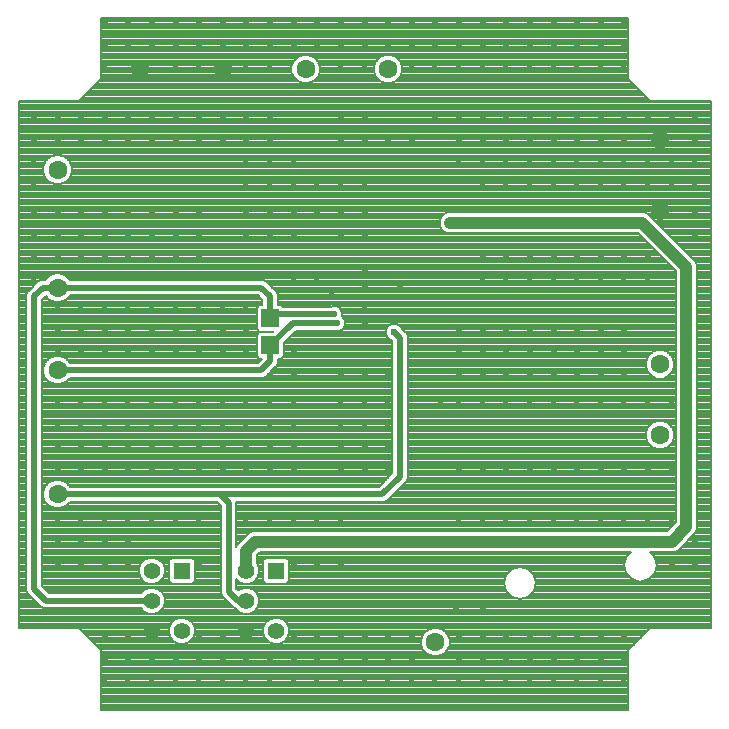
<source format=gbl>
G04 Output by ViewMate Pro V11.6.20  PentaLogix*
G04 Fri Sep 23 13:45:53 2016*
%FSLAX25Y25*%
%MOIN*%
%IPPOS*%
%ADD106C,0.063*%
%ADD107R,0.0591X0.0591*%
%ADD108R,0.0551X0.0551*%
%ADD109C,0.0551*%
%ADD110C,0.0079*%
%ADD111C,0.0236*%
%ADD112C,0.0197*%
%ADD113C,0.0394*%

%LPD*%
X0Y0D2*D110*G1X123995Y212805D2*X101205D1*X102145Y213575D2*X123045D1*X122335Y214355D2*X102865D1*X103185Y215125D2*X122015D1*X121695Y215895D2*X103505D1*X103545Y216665D2*X121655D1*Y217445D2*X103545D1*X103405Y218215D2*X121795D1*X122115Y218985D2*X103085D1*X102675Y219755D2*X122525D1*X123295Y220535D2*X101905D1*X100615Y221305D2*X124585D1*X30705D2*X97025D1*X95735Y220535D2*X30705D1*Y219755D2*X94965D1*X94555Y218985D2*X30705D1*Y218215D2*X94235D1*X94095Y217445D2*X30705D1*Y216665D2*X94095D1*X94135Y215895D2*X30705D1*Y215125D2*X94455D1*X94775Y214355D2*X30705D1*X30535Y213575D2*X95495D1*X96435Y212805D2*X29765D1*X97885Y212205D2*X96145Y212925D1*X94815Y214255*X94095Y215995*Y217875*X94815Y219605*X96145Y220935*X97885Y221655*X99755*X101495Y220935*X102825Y219605*X103545Y217875*Y215995*X102825Y214255*X101495Y212925*X99755Y212205*X97885*X49605Y35925D2*X77005D1*X75995Y36695D2*X50615D1*X75915Y43645D2*X77115D1*X222245Y72225D2*X75785D1*Y71455D2*X222245D1*Y70685D2*X75785D1*Y69915D2*X222245D1*Y69135D2*X75785D1*Y68365D2*X222245D1*Y67595D2*X75785D1*Y66825D2*X222245D1*Y66045D2*X75785D1*Y65275D2*X221685D1*X220915Y64505D2*X75785D1*Y63735D2*X220135D1*X76015Y58325D2*X75785D1*Y59095D2*X76725D1*X77495Y59875D2*X75785D1*Y60645D2*X78265D1*X79045Y61415D2*X75785D1*Y62185D2*X79815D1*X81305Y62955D2*X75785D1*X222245Y89225D2*X132875D1*Y88445D2*X222245D1*Y87675D2*X132875D1*Y86905D2*X222245D1*Y86135D2*X132875D1*Y85355D2*X222245D1*Y84585D2*X132875D1*Y83815D2*X222245D1*Y83045D2*X132875D1*Y82265D2*X222245D1*Y81495D2*X132875D1*Y80725D2*X222245D1*Y79955D2*X132605D1*X132015Y79185D2*X222245D1*Y73005D2*X125795D1*X126605Y73775D2*X222245D1*Y74545D2*X127375D1*X128145Y75315D2*X222245D1*Y76095D2*X128925D1*X129695Y76865D2*X222245D1*Y77635D2*X130465D1*X131235Y78405D2*X222245D1*X75785Y44425D2*X165295D1*X75955Y46735D2*X75785D1*Y45965D2*X76905D1*X165085Y45195D2*X75785D1*X92995Y45965D2*X165045D1*X165245Y46735D2*X93385D1*Y47515D2*X165455D1*X165665Y48285D2*X93385D1*Y49055D2*X166405D1*X167175Y49825D2*X93385D1*Y50605D2*X168845D1*X82595Y53695D2*X85245D1*X84725Y52915D2*X82595D1*X82755Y52145D2*X84725D1*Y51375D2*X83075D1*X83385Y50605D2*X84725D1*Y49825D2*X83385D1*Y49055D2*X84725D1*Y48285D2*X83135D1*X82815Y47515D2*X84725D1*Y46735D2*X82155D1*X81205Y45965D2*X85115D1*X165505Y43645D2*X80995D1*X82065Y42875D2*X165805D1*X166585Y42105D2*X82775D1*X83095Y41335D2*X167355D1*X169515Y40565D2*X83385D1*X30705Y3485D2*X206305D1*Y4255D2*X30705D1*Y5025D2*X206305D1*Y5805D2*X30705D1*Y6575D2*X206305D1*Y7345D2*X30705D1*Y8115D2*X206305D1*Y8895D2*X30705D1*Y9665D2*X206305D1*Y10435D2*X30705D1*Y11205D2*X206305D1*Y11985D2*X30705D1*Y12755D2*X206305D1*Y13525D2*X30705D1*Y14295D2*X206305D1*Y15075D2*X30705D1*Y15845D2*X206305D1*Y16615D2*X30705D1*Y17385D2*X206305D1*Y18165D2*X30705D1*Y18935D2*X206305D1*Y19705D2*X30705D1*Y20475D2*X206305D1*Y21245D2*X30705D1*X144845Y22025D2*X206305D1*Y22795D2*X145615D1*X146235Y23565D2*X206615D1*X207385Y24335D2*X146555D1*X146855Y25115D2*X208155D1*X208925Y25885D2*X146855D1*Y26655D2*X209695D1*X210475Y27425D2*X146645D1*X146325Y28205D2*X211245D1*X212015Y28975D2*X145825D1*X145045Y29745D2*X212785D1*X213565Y30515D2*X143525D1*X175305Y46735D2*X207915D1*X206965Y47515D2*X175095D1*X174895Y48285D2*X206195D1*X205595Y49055D2*X174155D1*X173375Y49825D2*X205395D1*X205185Y50605D2*X171715D1*X93385Y51375D2*X204975D1*X205075Y52145D2*X93385D1*Y52915D2*X205285D1*X92465Y54095D2*X93385Y53175D1*Y46355*X92465Y45435*X85645*X84725Y46355*Y53175*X85645Y54095*X92465*X205485Y53695D2*X92865D1*X82595Y54465D2*X205795D1*X206565Y55235D2*X82885D1*X233855D2*X214305D1*X215075Y54465D2*X233855D1*Y53695D2*X215375D1*X3155Y34385D2*X233855D1*X44545Y42875D2*X12715D1*X11945Y43645D2*X45625D1*X124005Y78405D2*X19615D1*X18845Y79185D2*X124775D1*X3155Y144065D2*X7565D1*X6795Y143285D2*X3155D1*Y142515D2*X6065D1*X5745Y141745D2*X3155D1*Y140975D2*X5705D1*Y140205D2*X3155D1*Y139425D2*X5705D1*Y138655D2*X3155D1*Y137885D2*X5705D1*Y137115D2*X3155D1*Y136335D2*X5705D1*Y135565D2*X3155D1*Y134795D2*X5705D1*Y134025D2*X3155D1*Y133245D2*X5705D1*Y132475D2*X3155D1*Y131705D2*X5705D1*Y130935D2*X3155D1*Y130155D2*X5705D1*Y129385D2*X3155D1*Y128615D2*X5705D1*Y127845D2*X3155D1*Y127065D2*X5705D1*Y126295D2*X3155D1*Y125525D2*X5705D1*Y124755D2*X3155D1*Y123975D2*X5705D1*Y123205D2*X3155D1*Y122435D2*X5705D1*Y121665D2*X3155D1*Y120895D2*X5705D1*Y120115D2*X3155D1*Y119345D2*X5705D1*Y118575D2*X3155D1*Y117805D2*X5705D1*Y117025D2*X3155D1*Y116255D2*X5705D1*Y115485D2*X3155D1*Y114715D2*X5705D1*Y113935D2*X3155D1*Y113165D2*X5705D1*Y112395D2*X3155D1*Y111625D2*X5705D1*Y110845D2*X3155D1*Y110075D2*X5705D1*Y109305D2*X3155D1*Y108535D2*X5705D1*Y107755D2*X3155D1*Y106985D2*X5705D1*Y106215D2*X3155D1*Y105445D2*X5705D1*Y104665D2*X3155D1*Y103895D2*X5705D1*Y103125D2*X3155D1*Y102355D2*X5705D1*Y101575D2*X3155D1*Y100805D2*X5705D1*Y100035D2*X3155D1*Y99265D2*X5705D1*Y98495D2*X3155D1*Y97715D2*X5705D1*Y96945D2*X3155D1*Y96175D2*X5705D1*Y95405D2*X3155D1*Y94625D2*X5705D1*Y93855D2*X3155D1*Y93085D2*X5705D1*Y92315D2*X3155D1*Y91535D2*X5705D1*Y90765D2*X3155D1*Y89995D2*X5705D1*Y89225D2*X3155D1*Y88445D2*X5705D1*Y87675D2*X3155D1*Y86905D2*X5705D1*Y86135D2*X3155D1*Y85355D2*X5705D1*Y84585D2*X3155D1*Y83815D2*X5705D1*Y83045D2*X3155D1*Y82265D2*X5705D1*Y81495D2*X3155D1*Y80725D2*X5705D1*Y79955D2*X3155D1*Y79185D2*X5705D1*Y78405D2*X3155D1*Y77635D2*X5705D1*Y76865D2*X3155D1*Y76095D2*X5705D1*Y75315D2*X3155D1*Y74545D2*X5705D1*Y73775D2*X3155D1*Y73005D2*X5705D1*Y72225D2*X3155D1*Y71455D2*X5705D1*Y70685D2*X3155D1*Y69915D2*X5705D1*Y69135D2*X3155D1*Y68365D2*X5705D1*Y67595D2*X3155D1*Y66825D2*X5705D1*Y66045D2*X3155D1*Y65275D2*X5705D1*Y64505D2*X3155D1*Y63735D2*X5705D1*Y62955D2*X3155D1*Y62185D2*X5705D1*Y61415D2*X3155D1*Y60645D2*X5705D1*Y59875D2*X3155D1*Y59095D2*X5705D1*Y58325D2*X3155D1*Y57555D2*X5705D1*Y56785D2*X3155D1*Y56005D2*X5705D1*Y55235D2*X3155D1*Y54465D2*X5705D1*Y53695D2*X3155D1*Y52915D2*X5705D1*Y52145D2*X3155D1*Y51375D2*X5705D1*Y50605D2*X3155D1*Y49825D2*X5705D1*Y49055D2*X3155D1*Y48285D2*X5705D1*Y47515D2*X3155D1*Y46735D2*X5705D1*Y45965D2*X3155D1*Y45195D2*X5705D1*Y44425D2*X3155D1*Y43645D2*X5705D1*X5845Y42875D2*X3155D1*Y42105D2*X6245D1*X7015Y41335D2*X3155D1*Y40565D2*X7795D1*X8565Y39785D2*X3155D1*Y39015D2*X9335D1*X10105Y38245D2*X3155D1*Y37475D2*X11055D1*X44505Y36695D2*X3155D1*Y35925D2*X45515D1*X233855Y35155D2*X3155D1*X81105Y35925D2*X233855D1*Y36695D2*X82115D1*X82795Y37475D2*X233855D1*Y38245D2*X83115D1*X83385Y39015D2*X233855D1*Y39785D2*X83385D1*X171035Y40565D2*X233855D1*Y41335D2*X173195D1*X173975Y42105D2*X233855D1*Y42875D2*X174745D1*X175055Y43645D2*X233855D1*Y44425D2*X175255D1*X175465Y45195D2*X233855D1*X175595Y45675D2*X174875Y43015D1*X172935Y41065*X170275Y40355*X167615Y41065*X165675Y43015*X164965Y45675*X165675Y48325*X167615Y50275*X170275Y50985*X172935Y50275*X174875Y48325*X175595Y45675*X233855Y45965D2*X175515D1*X212955Y46735D2*X233855D1*Y47515D2*X213895D1*X214675Y48285D2*X233855D1*Y49055D2*X215275D1*X215475Y49825D2*X233855D1*Y50605D2*X215685D1*X215895Y51375D2*X233855D1*Y52145D2*X215795D1*X215585Y52915D2*X233855D1*Y56005D2*X221815D1*X223205Y56785D2*X233855D1*Y57555D2*X223985D1*X224755Y58325D2*X233855D1*Y59095D2*X225525D1*X226295Y59875D2*X233855D1*Y60645D2*X227075D1*X227845Y61415D2*X233855D1*Y62185D2*X228615D1*X229035Y62955D2*X233855D1*Y63735D2*X229335D1*Y64505D2*X233855D1*Y65275D2*X229335D1*Y66045D2*X233855D1*Y66825D2*X229335D1*Y67595D2*X233855D1*Y68365D2*X229335D1*Y69135D2*X233855D1*Y69915D2*X229335D1*Y70685D2*X233855D1*Y71455D2*X229335D1*Y72225D2*X233855D1*Y73005D2*X229335D1*Y73775D2*X233855D1*Y74545D2*X229335D1*Y75315D2*X233855D1*Y76095D2*X229335D1*Y76865D2*X233855D1*Y77635D2*X229335D1*Y78405D2*X233855D1*Y79185D2*X229335D1*Y79955D2*X233855D1*Y80725D2*X229335D1*Y81495D2*X233855D1*Y82265D2*X229335D1*Y83045D2*X233855D1*Y83815D2*X229335D1*Y84585D2*X233855D1*Y85355D2*X229335D1*Y86135D2*X233855D1*Y86905D2*X229335D1*Y87675D2*X233855D1*Y88445D2*X229335D1*Y89225D2*X233855D1*Y89995D2*X229335D1*Y90765D2*X233855D1*Y91535D2*X229335D1*Y92315D2*X233855D1*Y93085D2*X229335D1*Y93855D2*X233855D1*Y94625D2*X229335D1*Y95405D2*X233855D1*Y96175D2*X229335D1*Y96945D2*X233855D1*Y97715D2*X229335D1*Y98495D2*X233855D1*X218255Y113935D2*X222245D1*Y114715D2*X219815D1*X220585Y115485D2*X222245D1*Y116255D2*X221115D1*X221435Y117025D2*X222245D1*Y117805D2*X221655D1*Y118575D2*X222245D1*Y119345D2*X221655D1*X221375Y120115D2*X222245D1*Y120895D2*X221055D1*X220455Y121665D2*X222245D1*Y122435D2*X219685D1*X3155Y149465D2*X222245D1*X221525Y150245D2*X3155D1*Y151015D2*X220745D1*X219975Y151785D2*X3155D1*Y152555D2*X219205D1*X218435Y153335D2*X3155D1*Y154105D2*X217655D1*X216885Y154875D2*X3155D1*Y155645D2*X216115D1*X215345Y156425D2*X3155D1*Y157195D2*X214575D1*X213795Y157965D2*X3155D1*Y158735D2*X213025D1*X212255Y159515D2*X3155D1*Y160285D2*X211485D1*X210705Y161055D2*X3155D1*Y161825D2*X209935D1*X145395Y162595D2*X3155D1*Y163375D2*X144415D1*X143875Y164145D2*X3155D1*Y164915D2*X143555D1*X143505Y165685D2*X3155D1*Y166465D2*X143505D1*X143825Y167235D2*X3155D1*Y168005D2*X144295D1*X145105Y168775D2*X3155D1*X30705Y233665D2*X206305D1*Y232885D2*X30705D1*Y232115D2*X206305D1*Y231345D2*X30705D1*Y230575D2*X206305D1*Y229795D2*X30705D1*Y229025D2*X206305D1*Y228255D2*X30705D1*Y227485D2*X206305D1*Y226705D2*X30705D1*Y225935D2*X206305D1*Y225165D2*X30705D1*Y224395D2*X206305D1*Y223615D2*X30705D1*Y222845D2*X206305D1*Y222075D2*X30705D1*X128165Y221305D2*X206305D1*Y220535D2*X129465D1*X130235Y219755D2*X206305D1*Y218985D2*X130645D1*X130965Y218215D2*X206305D1*Y217445D2*X131105D1*Y216665D2*X206305D1*Y215895D2*X131065D1*X130745Y215125D2*X206305D1*Y214355D2*X130425D1*X129705Y213575D2*X206475D1*X129055Y212925D2*X127315Y212205D1*X125435*X123705Y212925*X122375Y214255*X121655Y215995*Y217875*X122375Y219605*X123705Y220935*X125435Y221655*X127315*X129055Y220935*X130385Y219605*X131105Y217875*Y215995*X130385Y214255*X129055Y212925*X207245Y212805D2*X128765D1*X28995Y212035D2*X208015D1*X208795Y211265D2*X28215D1*X27445Y210485D2*X209565D1*X210335Y209715D2*X26675D1*X25905Y208945D2*X211105D1*X211885Y208175D2*X25125D1*X24355Y207395D2*X212655D1*X213425Y206625D2*X23585D1*X3155Y205855D2*X233855D1*Y205085D2*X3155D1*Y204305D2*X233855D1*Y203535D2*X3155D1*Y202765D2*X233855D1*Y201995D2*X3155D1*Y201225D2*X233855D1*Y200445D2*X3155D1*Y199675D2*X233855D1*Y198905D2*X3155D1*Y198135D2*X233855D1*Y197355D2*X3155D1*Y196585D2*X233855D1*Y195815D2*X3155D1*Y195045D2*X233855D1*Y194265D2*X3155D1*Y193495D2*X233855D1*Y192725D2*X3155D1*Y191955D2*X233855D1*Y191175D2*X3155D1*Y190405D2*X233855D1*Y189635D2*X3155D1*Y188865D2*X233855D1*X15015Y178825D2*X3155D1*Y179595D2*X13335D1*X12565Y180365D2*X3155D1*Y181135D2*X11995D1*X11675Y181905D2*X3155D1*Y182685D2*X11415D1*Y183455D2*X3155D1*Y184225D2*X11415D1*X11665Y184995D2*X3155D1*Y185775D2*X11985D1*X12545Y186545D2*X3155D1*Y187315D2*X13315D1*X14955Y188085D2*X3155D1*X233855D2*X17325D1*X18975Y187315D2*X233855D1*Y186545D2*X19745D1*X20305Y185775D2*X233855D1*Y184995D2*X20625D1*X20865Y184225D2*X233855D1*Y183455D2*X20865D1*Y182685D2*X233855D1*Y181905D2*X20615D1*X20295Y181135D2*X233855D1*Y180365D2*X19725D1*X18955Y179595D2*X233855D1*X17085Y178745D2*X15205D1*X13465Y179465*X12135Y180785*X11415Y182525*Y184405*X12135Y186145*X13465Y187475*X15205Y188195*X17085*X18815Y187475*X20145Y186145*X20865Y184405*Y182525*X20145Y180785*X18815Y179465*X17085Y178745*X233855Y178825D2*X17275D1*X3155Y178045D2*X233855D1*Y177275D2*X3155D1*Y176505D2*X233855D1*Y175735D2*X3155D1*Y174955D2*X233855D1*Y174185D2*X3155D1*Y173415D2*X233855D1*Y172645D2*X3155D1*Y171865D2*X233855D1*Y171095D2*X3155D1*Y170325D2*X233855D1*Y169555D2*X3155D1*X212965Y168775D2*X233855D1*Y168005D2*X213775D1*X214555Y167235D2*X233855D1*Y166465D2*X215325D1*X216095Y165685D2*X233855D1*Y164915D2*X216865D1*X217645Y164145D2*X233855D1*Y163375D2*X218415D1*X219185Y162595D2*X233855D1*Y161825D2*X219955D1*X220735Y161055D2*X233855D1*Y160285D2*X221505D1*X222275Y159515D2*X233855D1*Y158735D2*X223045D1*X223815Y157965D2*X233855D1*Y157195D2*X224595D1*X225365Y156425D2*X233855D1*Y155645D2*X226135D1*X226905Y154875D2*X233855D1*Y154105D2*X227685D1*X228455Y153335D2*X233855D1*Y152555D2*X228975D1*X229295Y151785D2*X233855D1*Y151015D2*X229335D1*Y150245D2*X233855D1*Y149465D2*X229335D1*Y148695D2*X233855D1*Y147925D2*X229335D1*Y147155D2*X233855D1*Y146375D2*X229335D1*Y145605D2*X233855D1*Y144835D2*X229335D1*Y144065D2*X233855D1*Y143285D2*X229335D1*Y142515D2*X233855D1*Y141745D2*X229335D1*Y140975D2*X233855D1*Y140205D2*X229335D1*Y139425D2*X233855D1*Y138655D2*X229335D1*Y137885D2*X233855D1*Y137115D2*X229335D1*Y136335D2*X233855D1*Y135565D2*X229335D1*Y134795D2*X233855D1*Y134025D2*X229335D1*Y133245D2*X233855D1*Y132475D2*X229335D1*Y131705D2*X233855D1*Y130935D2*X229335D1*Y130155D2*X233855D1*Y129385D2*X229335D1*Y128615D2*X233855D1*Y127845D2*X229335D1*Y127065D2*X233855D1*Y126295D2*X229335D1*Y125525D2*X233855D1*Y124755D2*X229335D1*Y123975D2*X233855D1*Y123205D2*X229335D1*Y122435D2*X233855D1*Y121665D2*X229335D1*Y120895D2*X233855D1*Y120115D2*X229335D1*Y119345D2*X233855D1*Y118575D2*X229335D1*Y117805D2*X233855D1*Y117025D2*X229335D1*Y116255D2*X233855D1*Y115485D2*X229335D1*Y114715D2*X233855D1*Y113935D2*X229335D1*Y113165D2*X233855D1*Y112395D2*X229335D1*Y111625D2*X233855D1*Y110845D2*X229335D1*Y110075D2*X233855D1*Y109305D2*X229335D1*Y108535D2*X233855D1*Y107755D2*X229335D1*Y106985D2*X233855D1*Y106215D2*X229335D1*Y105445D2*X233855D1*Y104665D2*X229335D1*Y103895D2*X233855D1*Y103125D2*X229335D1*Y102355D2*X233855D1*Y101575D2*X229335D1*Y100805D2*X233855D1*Y100035D2*X229335D1*Y99265D2*X233855D1*X218705D2*X222245D1*Y98495D2*X220005D1*X220775Y97715D2*X222245D1*Y96945D2*X221185D1*X221505Y96175D2*X222245D1*Y95405D2*X221655D1*Y94625D2*X222245D1*Y93855D2*X221615D1*X221295Y93085D2*X222245D1*Y92315D2*X220975D1*X220265Y91535D2*X222245D1*Y90765D2*X219335D1*X132875Y89995D2*X222245D1*X214525Y90765D2*X132875D1*Y91535D2*X213595D1*X212885Y92315D2*X132875D1*Y93085D2*X212565D1*X212245Y93855D2*X132875D1*Y94625D2*X212205D1*Y95405D2*X132875D1*Y96175D2*X212355D1*X212675Y96945D2*X132875D1*Y97715D2*X213085D1*X213855Y98495D2*X132875D1*X215995Y99605D2*X217875D1*X219605Y98885*X220935Y97555*X221655Y95825*Y93945*X220935Y92205*X219605Y90875*X217875Y90155*X215995*X214255Y90875*X212925Y92205*X212205Y93945*Y95825*X212925Y97555*X214255Y98885*X215995Y99605*X132875Y99265D2*X215155D1*X222245Y100035D2*X132875D1*Y100805D2*X222245D1*Y101575D2*X132875D1*Y102355D2*X222245D1*Y103125D2*X132875D1*Y103895D2*X222245D1*Y104665D2*X132875D1*Y105445D2*X222245D1*Y106215D2*X132875D1*Y106985D2*X222245D1*Y107755D2*X132875D1*Y108535D2*X222245D1*Y109305D2*X132875D1*Y110075D2*X222245D1*Y110845D2*X132875D1*Y111625D2*X222245D1*Y112395D2*X132875D1*Y113165D2*X222245D1*X215615Y113935D2*X132875D1*Y114715D2*X214045D1*X213275Y115485D2*X132875D1*Y116255D2*X212745D1*X212425Y117025D2*X132875D1*Y117805D2*X212205D1*Y118575D2*X132875D1*Y119345D2*X212205D1*X212485Y120115D2*X132875D1*Y120895D2*X212805D1*X213405Y121665D2*X132875D1*Y122435D2*X214175D1*X215935Y123205D2*X132875D1*X217875Y123225D2*X219605Y122515D1*X220935Y121185*X221655Y119445*Y117565*X220935Y115825*X219605Y114505*X217875Y113785*X215995*X214255Y114505*X212925Y115825*X212205Y117565*Y119445*X212925Y121185*X214255Y122515*X215995Y123225*X217875*X222245Y123205D2*X217925D1*X132875Y123975D2*X222245D1*Y124755D2*X132875D1*Y125525D2*X222245D1*Y126295D2*X132875D1*Y127065D2*X222245D1*Y127845D2*X132875D1*X132565Y128615D2*X222245D1*Y129385D2*X131915D1*X131135Y130155D2*X222245D1*Y130935D2*X130645D1*X129825Y131705D2*X222245D1*X17975Y120895D2*X82795D1*X84015Y120115D2*X19245D1*X20015Y119345D2*X83245D1*X127755Y112395D2*X18485D1*X19455Y113165D2*X127755D1*Y113935D2*X20185D1*X85845Y114715D2*X127755D1*Y115485D2*X86625D1*X87395Y116255D2*X127755D1*Y117025D2*X88165D1*X88935Y117805D2*X127755D1*Y118575D2*X89395D1*X89565Y119345D2*X127755D1*Y120115D2*X89565D1*X91225Y120895D2*X127755D1*Y121665D2*X91535D1*Y122435D2*X127755D1*Y123205D2*X91535D1*Y123975D2*X127755D1*Y124755D2*X91535D1*Y125525D2*X127755D1*Y126295D2*X92125D1*X92895Y127065D2*X126715D1*X125985Y127845D2*X93665D1*X94435Y128615D2*X125665D1*X125595Y129385D2*X95215D1*X111025Y130155D2*X125705D1*X126045Y130935D2*X111675D1*X111995Y131705D2*X126875D1*X222245Y132475D2*X112005D1*X111835Y133245D2*X222245D1*Y134025D2*X111415D1*X111025Y134795D2*X222245D1*Y135565D2*X111025D1*X110795Y136335D2*X222245D1*Y137115D2*X110295D1*X109085Y137885D2*X222245D1*X91115D2*X107455D1*X222245Y138655D2*X89565D1*Y139425D2*X222245D1*Y140205D2*X89565D1*Y140975D2*X222245D1*Y141745D2*X89525D1*X89205Y142515D2*X222245D1*Y143285D2*X88485D1*X87705Y144065D2*X222245D1*Y144835D2*X86935D1*X86165Y145605D2*X222245D1*Y146375D2*X85235D1*X19765Y147155D2*X222245D1*Y147925D2*X18995D1*X17385Y148695D2*X222245D1*X3155D2*X14905D1*X13295Y147925D2*X3155D1*Y147155D2*X12515D1*X10045Y146375D2*X3155D1*Y145605D2*X9115D1*X8345Y144835D2*X3155D1*X12585Y140975D2*X11715D1*X10945Y140205D2*X13355D1*X15065Y139425D2*X10825D1*X83565Y140975D2*X19705D1*X18925Y140205D2*X84335D1*X84455Y139425D2*X17215D1*X10825Y138655D2*X84455D1*X82895Y137885D2*X10825D1*Y137115D2*X82485D1*Y136335D2*X10825D1*Y135565D2*X82485D1*Y134795D2*X10825D1*Y134025D2*X82485D1*Y133245D2*X10825D1*Y132475D2*X82485D1*Y131705D2*X10825D1*Y130935D2*X82485D1*X82575Y130155D2*X10825D1*Y129385D2*X83345D1*X82685Y128615D2*X10825D1*Y127845D2*X82485D1*Y127065D2*X10825D1*Y126295D2*X82485D1*Y125525D2*X10825D1*Y124755D2*X82485D1*Y123975D2*X10825D1*Y123205D2*X82485D1*Y122435D2*X10825D1*Y121665D2*X82485D1*X14305Y120895D2*X10825D1*Y120115D2*X13045D1*X12275Y119345D2*X10825D1*Y118575D2*X11875D1*X11555Y117805D2*X10825D1*Y117025D2*X11415D1*Y116255D2*X10825D1*Y115485D2*X11465D1*X11785Y114715D2*X10825D1*Y113935D2*X12105D1*X12835Y113165D2*X10825D1*Y112395D2*X13795D1*X127755Y111625D2*X10825D1*Y110845D2*X127755D1*Y110075D2*X10825D1*Y109305D2*X127755D1*Y108535D2*X10825D1*Y107755D2*X127755D1*Y106985D2*X10825D1*Y106215D2*X127755D1*Y105445D2*X10825D1*Y104665D2*X127755D1*Y103895D2*X10825D1*Y103125D2*X127755D1*Y102355D2*X10825D1*Y101575D2*X127755D1*Y100805D2*X10825D1*Y100035D2*X127755D1*Y99265D2*X10825D1*Y98495D2*X127755D1*Y97715D2*X10825D1*Y96945D2*X127755D1*Y96175D2*X10825D1*Y95405D2*X127755D1*Y94625D2*X10825D1*Y93855D2*X127755D1*Y93085D2*X10825D1*Y92315D2*X127755D1*Y91535D2*X10825D1*Y90765D2*X127755D1*Y89995D2*X10825D1*Y89225D2*X127755D1*Y88445D2*X10825D1*Y87675D2*X127755D1*Y86905D2*X10825D1*Y86135D2*X127755D1*Y85355D2*X10825D1*Y84585D2*X127755D1*Y83815D2*X10825D1*Y83045D2*X127755D1*Y82265D2*X10825D1*Y81495D2*X127095D1*X126315Y80725D2*X10825D1*Y79955D2*X125545D1*X10825Y79185D2*X13445D1*X12675Y78405D2*X10825D1*Y77635D2*X12035D1*X11715Y76865D2*X10825D1*Y76095D2*X11415D1*Y75315D2*X10825D1*Y74545D2*X11415D1*X11615Y73775D2*X10825D1*Y73005D2*X11935D1*X12435Y72225D2*X10825D1*Y71455D2*X13205D1*X14695Y70685D2*X10825D1*X69625Y72225D2*X19855D1*X19085Y71455D2*X70395D1*X70675Y70685D2*X17585D1*X10825Y69915D2*X70675D1*Y69135D2*X10825D1*Y68365D2*X70675D1*Y67595D2*X10825D1*Y66825D2*X70675D1*Y66045D2*X10825D1*Y65275D2*X70675D1*Y64505D2*X10825D1*Y63735D2*X70675D1*Y62955D2*X10825D1*Y62185D2*X70675D1*Y61415D2*X10825D1*Y60645D2*X70675D1*Y59875D2*X10825D1*Y59095D2*X70675D1*Y58325D2*X10825D1*Y57555D2*X70675D1*Y56785D2*X10825D1*Y56005D2*X70675D1*Y55235D2*X10825D1*Y54465D2*X70675D1*X45725Y53695D2*X10825D1*Y52915D2*X44585D1*X43855Y52145D2*X10825D1*Y51375D2*X43535D1*X43225Y50605D2*X10825D1*Y49825D2*X43225D1*Y49055D2*X10825D1*Y48285D2*X43485D1*X43805Y47515D2*X10825D1*Y46735D2*X44465D1*X45415Y45965D2*X10825D1*X53615D2*X49705D1*X50655Y46735D2*X53225D1*Y47515D2*X51315D1*X51635Y48285D2*X53225D1*Y49055D2*X51895D1*Y49825D2*X53225D1*Y50605D2*X51895D1*X51585Y51375D2*X53225D1*Y52145D2*X51265D1*X50535Y52915D2*X53225D1*X50015Y53435D2*X51235Y52215D1*X51895Y50625*Y48905*X51235Y47315*X50015Y46095*X48425Y45435*X46695*X45105Y46095*X43885Y47315*X43225Y48905*Y50625*X43885Y52215*X45105Y53435*X46695Y54095*X48425*X50015Y53435*X53745Y53695D2*X49395D1*X70675D2*X61375D1*X61895Y52915D2*X70675D1*Y52145D2*X61895D1*Y51375D2*X70675D1*Y50605D2*X61895D1*Y49825D2*X70675D1*Y49055D2*X61895D1*Y48285D2*X70675D1*Y47515D2*X61895D1*Y46735D2*X70675D1*X61895Y46355D2*X60965Y45435D1*X54155*X53225Y46355*Y53175*X54155Y54095*X60965*X61895Y53175*Y46355*X70675Y45965D2*X61505D1*X10825Y45195D2*X70675D1*Y44425D2*X11165D1*X49495Y43645D2*X70675D1*Y42875D2*X50575D1*X51275Y42105D2*X70715D1*X71035Y41335D2*X51595D1*X51895Y40565D2*X71765D1*X72545Y39785D2*X51895D1*Y39015D2*X73315D1*X74085Y38245D2*X51615D1*X74735Y37595D2*X74015Y38315D1*X71065Y41265*X70675Y42205*Y71185*X69215Y72635*X20195*X20145Y72525*X18815Y71195*X17085Y70475*X15205*X13465Y71195*X12135Y72525*X11415Y74255*Y76135*X12135Y77875*X13465Y79205*X15205Y79925*X17085*X18815Y79205*X20145Y77875*X20195Y77755*X123355*X127755Y82165*Y126305*X127265Y126795*X126785Y126995*X126015Y127775*X125595Y128785*Y129885*X126015Y130895*X126785Y131665*X127795Y132085*X128895*X129905Y131665*X130685Y130895*X130885Y130415*X131765Y129535*X132485Y128815*X132875Y127875*Y80595*X132485Y79655*X126585Y73745*X125865Y73025*X124915Y72635*X75785*Y57785*X76055Y58425*X80085Y62455*X81385Y62995*X219395*X222245Y65835*Y149515*X209555Y162205*X146345*X145045Y162745*X144045Y163745*X143505Y165045*Y166455*X144045Y167755*X145045Y168755*X146345Y169295*X211725*X213035Y168755*X214025Y167755*X227795Y153985*X228795Y152995*X229335Y151695*Y63665*X228795Y62365*X227795Y61365*X223875Y57445*X222875Y56445*X221575Y55905*X213635*X215205Y54335*X215945Y51575*X215205Y48825*X213195Y46805*X210435Y46065*X207675Y46805*X205665Y48825*X204925Y51575*X205665Y54335*X207235Y55905*X83555*X82595Y54955*Y52345*X82725Y52215*X83385Y50625*Y48905*X82725Y47315*X81505Y46095*X79915Y45435*X78195*X76605Y46095*X75785Y46905*Y43775*X76365Y43195*X76605Y43435*X78195Y44095*X79915*X81505Y43435*X82725Y42215*X83385Y40625*Y38905*X82725Y37315*X81505Y36095*X79915Y35435*X78195*X76605Y36095*X75385Y37315*X75375Y37325*X74735Y37595*X51295Y37475D2*X75035D1*X51235Y37315D2*X50015Y36095D1*X48425Y35435*X46695*X45105Y36095*X43995Y37205*X11695*X10755Y37595*X10035Y38315*X6095Y42255*X5705Y43195*Y141655*X6095Y142595*X6815Y143315*X9775Y146265*X10715Y146655*X12085*X12135Y146775*X13465Y148105*X15205Y148825*X17085*X18815Y148105*X20145Y146775*X20195Y146655*X84565*X85505Y146265*X86225Y145545*X89175Y142595*X89565Y141655*Y138385*X90615*X91205Y137795*X107245*X107725Y137995*X108815*X109835Y137575*X110605Y136795*X111025Y135785*Y134685*X110945Y134495*X111585Y133845*X112005Y132835*Y131735*X111585Y130725*X110815Y129945*X109805Y129525*X108705*X108225Y129725*X95545*X91535Y125715*Y121195*X90615Y120275*X89565*Y118985*X89175Y118035*X88455Y117325*X85505Y114365*X84565Y113975*X20195*X20145Y113865*X18815Y112535*X17085Y111815*X15205*X13465Y112535*X12135Y113865*X11415Y115595*Y117475*X12135Y119215*X13465Y120545*X15205Y121265*X17085*X18815Y120545*X20145Y119215*X20195Y119095*X82995*X84175Y120275*X83405*X82485Y121195*Y128405*X83405Y129335*X87915*X83405*X82485Y130255*Y137465*X83405Y138385*X84455*Y140085*X82995Y141535*X20195*X20145Y141415*X18815Y140095*X17085Y139375*X15205*X13465Y140095*X12155Y141405*X10825Y140085*Y44765*X13265Y42325*X43995*X45105Y43435*X46695Y44095*X48425*X50015Y43435*X51235Y42215*X51895Y40625*Y38905*X51235Y37315*X3155Y33605D2*X55525D1*X54505Y32835D2*X3155D1*Y32065D2*X53825D1*X53505Y31295D2*X3155D1*X87105Y25885D2*X59505D1*X60575Y26655D2*X86045D1*X85335Y27425D2*X61285D1*X61605Y28205D2*X85015D1*X84725Y28975D2*X61895D1*Y29745D2*X84725D1*Y30515D2*X61895D1*X61615Y31295D2*X85005D1*X85325Y32065D2*X61295D1*X60615Y32835D2*X86005D1*X87015Y33605D2*X59595D1*X233855D2*X91095D1*X92115Y32835D2*X233855D1*Y32065D2*X92795D1*X93115Y31295D2*X233855D1*X140725Y30515D2*X93385D1*Y29745D2*X139205D1*X138435Y28975D2*X93385D1*X93095Y28205D2*X137935D1*X137615Y27425D2*X92775D1*X92075Y26655D2*X137405D1*X91505Y26095D2*X89915Y25435D1*X88195*X86605Y26095*X85385Y27315*X84725Y28905*Y30625*X85385Y32215*X86605Y33435*X88195Y34095*X89915*X91505Y33435*X92725Y32215*X93385Y30625*Y28905*X92725Y27315*X91505Y26095*X137405Y25885D2*X91005D1*X30705Y22025D2*X139405D1*X138635Y22795D2*X30705D1*X30405Y23565D2*X138015D1*X137695Y24335D2*X29625D1*X137405Y25045D2*Y26925D1*X138125Y28665*X139455Y29995*X141185Y30705*X143065*X144805Y29995*X146135Y28665*X146855Y26925*Y25045*X146135Y23305*X144805Y21985*X143065Y21265*X141185*X139455Y21985*X138125Y23305*X137405Y25045*X28855Y25115D2*X137405D1*X53225Y30515D2*X23445D1*X24225Y29745D2*X53225D1*X24415Y29555D2*X30705Y23255D1*Y3155*X206305*Y23255*X212595Y29555*X213755Y30705*X233855*Y206305*X213755*X212595Y207455*X206305Y213755*Y233855*X30705*Y213755*X24415Y207455*X23255Y206305*X3155*Y30705*X23255*X24415Y29555*X53225Y28975D2*X24995D1*X25765Y28205D2*X53525D1*X53845Y27425D2*X26535D1*X55105Y26095D2*X53885Y27315D1*X53225Y28905*Y30625*X53885Y32215*X55105Y33435*X56695Y34095*X58425*X60015Y33435*X61235Y32215*X61895Y30625*Y28905*X61235Y27315*X60015Y26095*X58425Y25435*X56695*X55105Y26095*X28085Y25885D2*X55615D1*X54545Y26655D2*X27315D1*D112*X70275Y75195D2*X124415D1*X130315Y81105*Y127365*X128345Y129335*X109255Y132285D2*X94485D1*X87005Y124805*Y119485*X84055Y116535*X16145*Y75195D2*X70275D1*X73225Y72245*Y42715*X79055Y39765D2*X76185D1*X73225Y42715*X47565Y39765D2*X12205D1*X8265Y43705*Y141145*X11225Y144095*X16145*X84055*X87005Y141145*Y133855*X88385Y135235*X108265*D113*X147045Y165745D2*X150985D1*X211025*X225785Y150985*Y64375*X220865Y59455*X82085*X79055Y49765D2*Y56415D1*X82085Y59455*D106*X142125Y25985D3*X216935Y94885D3*Y118505D3*Y169685D3*Y193305D3*X126375Y216935D3*X98825D3*X71265D3*X43705D3*X16145Y183465D3*Y144095D3*Y116535D3*Y75195D3*D107*X87005Y133855D3*Y124805D3*D108*X57565Y49765D3*X89055D3*D109*X79055Y49765D3*Y39765D3*X89055Y29765D3*X79055D3*X57565D3*X47565D3*Y39765D3*Y49765D3*D110*X227795Y153985D3*X87915Y129335D3*X214025Y167755D3*D111*X165745Y209055D3*X181495Y177565D3*X173625D3*X94885Y122445D3*Y114565D3*X87005D3*X71265Y122445D3*X79135D3*Y130315D3*X71265D3*X47635Y209055D3*Y201185D3*X8265D3*X16145D3*X24015D3*Y193305D3*X16145D3*X8265D3*Y185435D3*Y177565D3*Y169685D3*X16145D3*X24015D3*Y130315D3*X16145D3*Y122445D3*X24015D3*X39765D3*X31895D3*Y130315D3*X39765D3*X47635D3*X55515D3*X63385D3*Y122445D3*X55515D3*X47635D3*Y106695D3*Y98825D3*X39765D3*Y106695D3*X31895D3*Y98825D3*X24015D3*Y106695D3*X16145D3*Y98825D3*Y83075D3*Y90945D3*X24015D3*Y83075D3*X31895D3*Y90945D3*X39765D3*Y83075D3*X87005Y4335D3*X94885D3*X102755D3*X220865Y43705D3*Y51575D3*X205115Y67325D3*Y75195D3*X220865D3*X212995D3*Y67325D3*X220865D3*X228745Y59455D3*Y51575D3*Y43705D3*Y35825D3*X220865D3*X189375Y4335D3*X197245D3*X205115D3*Y12205D3*X197245D3*X189375D3*Y20085D3*X197245D3*X205115D3*Y27955D3*X197245D3*X189375D3*X165745D3*X173625D3*X181495D3*Y20085D3*X173625D3*Y12205D3*X181495D3*Y4335D3*X173625D3*X165745D3*X157875D3*X150005D3*Y12205D3*X157875D3*X165745D3*Y20085D3*X157875D3*X150005D3*Y27955D3*X157875D3*Y36815D3*X149015D3*X126375Y27955D3*Y35825D3*X134255D3*Y27955D3*Y20085D3*Y12205D3*X142125D3*Y4335D3*X134255D3*X126375D3*X118505D3*X110635D3*Y12205D3*X118505D3*X126375D3*Y20085D3*X118505D3*X110635D3*Y27955D3*X118505D3*Y35825D3*X110635D3*Y67325D3*X102755D3*X94885D3*X87005D3*X79135D3*X71265Y90945D3*Y83075D3*X79135D3*Y90945D3*X87005D3*Y83075D3*X94885D3*Y90945D3*Y98825D3*Y106695D3*X87005D3*Y98825D3*X79135D3*Y106695D3*X71265D3*Y98825D3*X63385D3*Y106695D3*X55515D3*Y98825D3*Y83075D3*X63385D3*Y90945D3*X55515D3*X47635D3*Y83075D3*Y67325D3*X55515D3*X63385D3*Y51575D3*Y43705D3*X71265Y27955D3*Y35825D3*X63385D3*Y27955D3*X47635Y12205D3*X55515D3*X63385D3*Y20085D3*X55515D3*X47635D3*X8265Y35825D3*X16145D3*X24015D3*Y43705D3*X16145D3*Y51575D3*X24015D3*Y59455D3*X16145D3*Y67325D3*X24015D3*X31895D3*X39765D3*Y59455D3*X31895D3*Y51575D3*X39765D3*Y43705D3*X31895D3*Y35825D3*X39765D3*Y27955D3*X31895D3*Y20085D3*X39765D3*Y12205D3*X31895D3*Y4335D3*X39765D3*X47635D3*X55515D3*X63385D3*X71265D3*X79135D3*Y12205D3*X71265D3*Y20085D3*X79135D3*X87005D3*Y12205D3*X94885D3*X102755D3*Y20085D3*X94885D3*Y35825D3*Y27955D3*X102755D3*Y35825D3*Y43705D3*X94885D3*Y51575D3*X102755D3*X110635D3*Y43705D3*X118505D3*X126375D3*X134255D3*X165745Y75195D3*Y67325D3*X150005D3*X157875D3*Y75195D3*X150005D3*Y83075D3*X157875D3*X165745D3*X173625D3*X181495D3*Y75195D3*X173625D3*Y67325D3*X181495D3*X189375D3*X197245D3*Y75195D3*X189375D3*Y83075D3*X197245D3*X205115D3*X212995D3*X220865D3*Y106695D3*X212995D3*X189375Y130315D3*X197245D3*X205115D3*Y122445D3*X197245D3*X189375D3*Y114565D3*X197245D3*X205115D3*Y106695D3*X197245D3*X189375D3*X173625D3*X181495D3*Y114565D3*X173625D3*Y122445D3*X181495D3*Y130315D3*X173625D3*X150005D3*X157875D3*X165745D3*Y122445D3*X157875D3*X150005D3*Y114565D3*X157875D3*X165745D3*Y106695D3*X157875D3*X150005D3*X144095D3*X126375Y90945D3*Y83075D3*X110635D3*X118505D3*Y90945D3*X110635D3*Y98825D3*X118505D3*X126375D3*Y106695D3*X118505D3*X110635D3*Y114565D3*X118505D3*X126375D3*Y126375D3*X128345Y129335D3*X118505Y150005D3*Y177565D3*X110635D3*Y169685D3*X118505D3*Y161815D3*X110635D3*X94885D3*X87005D3*Y177565D3*Y169685D3*X94885D3*X102755D3*Y177565D3*X94885D3*Y185435D3*X87005D3*Y193305D3*Y201185D3*Y209055D3*X79135Y216935D3*X87005D3*X126375Y232675D3*Y224805D3*X118505Y216935D3*X110635D3*Y224805D3*X118505D3*Y232675D3*X110635D3*X94885D3*X102755D3*Y224805D3*X94885D3*X87005D3*Y232675D3*X71265D3*X79135D3*Y224805D3*X71265D3*X63385Y216935D3*X55515D3*Y232675D3*X63385D3*Y224805D3*X55515D3*X47635D3*Y232675D3*X31895D3*X39765D3*Y224805D3*X31895D3*Y216935D3*Y209055D3*X39765D3*Y201185D3*X31895D3*Y193305D3*X39765D3*X47635D3*X55515D3*X63385D3*Y201185D3*X55515D3*Y209055D3*X63385D3*X71265D3*X79135D3*Y201185D3*X71265D3*Y193305D3*X79135D3*Y185435D3*Y177565D3*Y169685D3*Y161815D3*X63385Y153935D3*X55515D3*X47635D3*Y161815D3*X55515D3*X63385D3*Y169685D3*X55515D3*X47635D3*X39765D3*X31895D3*Y161815D3*X39765D3*Y153935D3*X31895D3*X16145D3*X24015D3*Y161815D3*X16145D3*X8265D3*Y153935D3*Y146065D3*X16145Y138195D3*X24015D3*X31895D3*X39765D3*X47635D3*X55515D3*X63385D3*X71265D3*X79135D3*X94885D3*Y146065D3*X102755D3*Y138195D3*X107675Y141145D3*X108265Y135235D3*X109255Y132285D3*X110635Y126375D3*X118505D3*Y132285D3*Y138195D3*Y144095D3*X130315Y145085D3*X147045Y165745D3*X150985D3*X165745Y153935D3*X157875D3*Y146065D3*X165745D3*X181495D3*X173625D3*Y153935D3*X181495D3*X205115D3*X197245D3*X189375D3*Y146065D3*X197245D3*X205115D3*X212995D3*Y153935D3*X220865Y185435D3*X212995D3*Y177565D3*X220865D3*X228745Y161815D3*Y169685D3*Y177565D3*Y185435D3*Y193305D3*Y201185D3*X220865D3*X212995D3*X205115Y209055D3*X189375Y201185D3*Y209055D3*X197245D3*Y201185D3*X205115D3*Y193305D3*Y185435D3*Y177565D3*X197245D3*X189375D3*Y185435D3*X197245D3*Y193305D3*X189375D3*X181495D3*Y185435D3*X173625D3*Y193305D3*X165745D3*Y185435D3*Y177565D3*X157875D3*X150005Y185435D3*X157875D3*Y193305D3*X150005D3*Y201185D3*Y209055D3*X157875D3*Y201185D3*X165745D3*X173625D3*X181495D3*Y209055D3*X173625D3*Y216935D3*X181495D3*X205115Y232675D3*Y224805D3*Y216935D3*X197245D3*X189375D3*Y224805D3*X197245D3*Y232675D3*X189375D3*X181495D3*Y224805D3*X173625D3*Y232675D3*X165745D3*Y224805D3*Y216935D3*X157875D3*X150005D3*Y224805D3*X157875D3*Y232675D3*X150005D3*X142125D3*X134255D3*Y224805D3*X142125D3*Y216935D3*X134255D3*Y209055D3*X142125D3*Y201185D3*X134255Y193305D3*X126375D3*X118505D3*X110635D3*Y201185D3*X118505D3*Y209055D3*X110635D3*X0Y0D2*M02*
</source>
